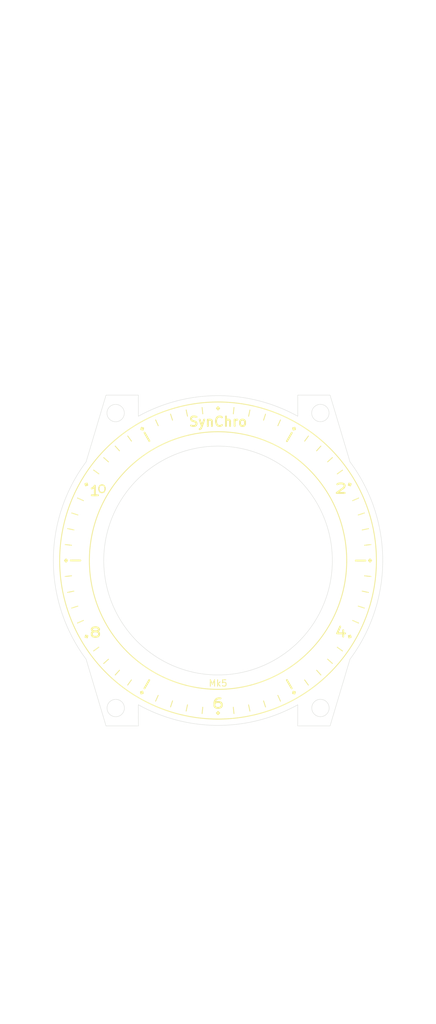
<source format=kicad_pcb>
(kicad_pcb (version 20171130) (host pcbnew 5.1.4-1.fc30)

  (general
    (thickness 1.6)
    (drawings 171)
    (tracks 0)
    (zones 0)
    (modules 0)
    (nets 1)
  )

  (page A4)
  (layers
    (0 F.Cu signal)
    (31 B.Cu signal)
    (32 B.Adhes user)
    (33 F.Adhes user)
    (34 B.Paste user)
    (35 F.Paste user)
    (36 B.SilkS user)
    (37 F.SilkS user)
    (38 B.Mask user)
    (39 F.Mask user)
    (40 Dwgs.User user)
    (41 Cmts.User user)
    (42 Eco1.User user)
    (43 Eco2.User user)
    (44 Edge.Cuts user)
    (45 Margin user)
    (46 B.CrtYd user)
    (47 F.CrtYd user)
    (48 B.Fab user)
    (49 F.Fab user)
  )

  (setup
    (last_trace_width 0.25)
    (trace_clearance 0.2)
    (zone_clearance 0.508)
    (zone_45_only no)
    (trace_min 0.2)
    (via_size 0.8)
    (via_drill 0.4)
    (via_min_size 0.4)
    (via_min_drill 0.3)
    (uvia_size 0.3)
    (uvia_drill 0.1)
    (uvias_allowed no)
    (uvia_min_size 0.2)
    (uvia_min_drill 0.1)
    (edge_width 0.05)
    (segment_width 0.2)
    (pcb_text_width 0.3)
    (pcb_text_size 1.5 1.5)
    (mod_edge_width 0.12)
    (mod_text_size 1 1)
    (mod_text_width 0.15)
    (pad_size 1.524 1.524)
    (pad_drill 0.762)
    (pad_to_mask_clearance 0.051)
    (solder_mask_min_width 0.25)
    (aux_axis_origin 0 0)
    (visible_elements 7FFFFFFF)
    (pcbplotparams
      (layerselection 0x0103c_7ffffffe)
      (usegerberextensions false)
      (usegerberattributes false)
      (usegerberadvancedattributes false)
      (creategerberjobfile false)
      (excludeedgelayer true)
      (linewidth 0.150000)
      (plotframeref false)
      (viasonmask false)
      (mode 1)
      (useauxorigin false)
      (hpglpennumber 1)
      (hpglpenspeed 20)
      (hpglpendiameter 15.000000)
      (psnegative false)
      (psa4output false)
      (plotreference true)
      (plotvalue true)
      (plotinvisibletext false)
      (padsonsilk false)
      (subtractmaskfromsilk false)
      (outputformat 1)
      (mirror false)
      (drillshape 0)
      (scaleselection 1)
      (outputdirectory "/home/bartosz/projekty/arm/workspace/Spinner/doc/case/V3/ring/output/"))
  )

  (net 0 "")

  (net_class Default "To jest domyślna klasa połączeń."
    (clearance 0.2)
    (trace_width 0.25)
    (via_dia 0.8)
    (via_drill 0.4)
    (uvia_dia 0.3)
    (uvia_drill 0.1)
  )

  (gr_text Mk5 (at 169.418 122.174) (layer F.SilkS)
    (effects (font (size 1 1) (thickness 0.15)))
  )
  (gr_circle (center 169.418 102.87) (end 194.357647 102.87) (layer F.SilkS) (width 0.15) (tstamp 5F2186C7))
  (gr_text SynChro (at 169.418 81.026) (layer F.SilkS)
    (effects (font (size 1.5 1.5) (thickness 0.3)))
  )
  (gr_text I (at 147.04822 102.85984 90) (layer F.SilkS) (tstamp 5F21863B)
    (effects (font (size 1.5 2) (thickness 0.3)))
  )
  (gr_text . (at 143.83766 102.87254 90) (layer F.SilkS) (tstamp 5F21863A)
    (effects (font (size 4 4) (thickness 0.25)))
  )
  (gr_text I (at 158.24454 122.26544 -210) (layer F.SilkS) (tstamp 5F2185AE)
    (effects (font (size 1.5 2) (thickness 0.3)))
  )
  (gr_text . (at 158.242 122.21464 -30) (layer F.SilkS) (tstamp 5F2185AD)
    (effects (font (size 4 4) (thickness 0.25)))
  )
  (gr_text I (at 180.59908 122.26036 -150) (layer F.SilkS) (tstamp 5F2185AE)
    (effects (font (size 1.5 2) (thickness 0.3)))
  )
  (gr_text . (at 182.79618 122.82678 -60) (layer F.SilkS) (tstamp 5F2185AD)
    (effects (font (size 4 4) (thickness 0.25)))
  )
  (gr_text I (at 158.26232 83.47964 30) (layer F.SilkS) (tstamp 5F218573)
    (effects (font (size 1.5 2) (thickness 0.3)))
  )
  (gr_text . (at 156.65196 80.71358 30) (layer F.SilkS) (tstamp 5F218567)
    (effects (font (size 4 4) (thickness 0.25)))
  )
  (gr_text I (at 174.32274 126.0221 192) (layer F.SilkS) (tstamp 5F218413)
    (effects (font (size 1 0.8) (thickness 0.15)))
  )
  (gr_text I (at 171.8691 126.4031 186) (layer F.SilkS) (tstamp 5F218412)
    (effects (font (size 1 0.8) (thickness 0.15)))
  )
  (gr_text I (at 183.31688 122.01906 216) (layer F.SilkS) (tstamp 5F218411)
    (effects (font (size 1 0.8) (thickness 0.15)))
  )
  (gr_text I (at 187.01512 118.6942 228) (layer F.SilkS) (tstamp 5F218410)
    (effects (font (size 1 0.8) (thickness 0.15)))
  )
  (gr_text I (at 185.24982 120.46966 222) (layer F.SilkS) (tstamp 5F21840F)
    (effects (font (size 1 0.8) (thickness 0.15)))
  )
  (gr_text I (at 192.94856 105.32364 264) (layer F.SilkS) (tstamp 5F21840E)
    (effects (font (size 1 0.8) (thickness 0.15)))
  )
  (gr_text I (at 176.72812 125.38456 198) (layer F.SilkS) (tstamp 5F21840D)
    (effects (font (size 1 0.8) (thickness 0.15)))
  )
  (gr_text I (at 179.02428 124.49556 204) (layer F.SilkS) (tstamp 5F21840C)
    (effects (font (size 1 0.8) (thickness 0.15)))
  )
  (gr_text I (at 192.55994 107.77728 258) (layer F.SilkS) (tstamp 5F21840B)
    (effects (font (size 1 0.8) (thickness 0.15)))
  )
  (gr_text I (at 191.92748 110.17758 252) (layer F.SilkS) (tstamp 5F21840A)
    (effects (font (size 1 0.8) (thickness 0.15)))
  )
  (gr_text I (at 191.04356 112.48136 246) (layer F.SilkS) (tstamp 5F218409)
    (effects (font (size 1 0.8) (thickness 0.15)))
  )
  (gr_text I (at 188.56452 116.77904 234) (layer F.SilkS) (tstamp 5F218408)
    (effects (font (size 1 0.8) (thickness 0.15)))
  )
  (gr_text I (at 146.2659 107.77474 102) (layer F.SilkS) (tstamp 5F218413)
    (effects (font (size 1 0.8) (thickness 0.15)))
  )
  (gr_text I (at 145.8849 105.3211 96) (layer F.SilkS) (tstamp 5F218412)
    (effects (font (size 1 0.8) (thickness 0.15)))
  )
  (gr_text I (at 150.26894 116.76888 126) (layer F.SilkS) (tstamp 5F218411)
    (effects (font (size 1 0.8) (thickness 0.15)))
  )
  (gr_text I (at 153.5938 120.46712 138) (layer F.SilkS) (tstamp 5F218410)
    (effects (font (size 1 0.8) (thickness 0.15)))
  )
  (gr_text I (at 151.81834 118.70182 132) (layer F.SilkS) (tstamp 5F21840F)
    (effects (font (size 1 0.8) (thickness 0.15)))
  )
  (gr_text I (at 166.96436 126.40056 174) (layer F.SilkS) (tstamp 5F21840E)
    (effects (font (size 1 0.8) (thickness 0.15)))
  )
  (gr_text I (at 146.90344 110.18012 108) (layer F.SilkS) (tstamp 5F21840D)
    (effects (font (size 1 0.8) (thickness 0.15)))
  )
  (gr_text I (at 147.79244 112.47628 114) (layer F.SilkS) (tstamp 5F21840C)
    (effects (font (size 1 0.8) (thickness 0.15)))
  )
  (gr_text I (at 164.51072 126.01194 168) (layer F.SilkS) (tstamp 5F21840B)
    (effects (font (size 1 0.8) (thickness 0.15)))
  )
  (gr_text I (at 162.11042 125.37948 162) (layer F.SilkS) (tstamp 5F21840A)
    (effects (font (size 1 0.8) (thickness 0.15)))
  )
  (gr_text I (at 159.80664 124.49556 156) (layer F.SilkS) (tstamp 5F218409)
    (effects (font (size 1 0.8) (thickness 0.15)))
  )
  (gr_text I (at 155.50896 122.01652 144) (layer F.SilkS) (tstamp 5F218408)
    (effects (font (size 1 0.8) (thickness 0.15)))
  )
  (gr_text I (at 164.51326 79.7179 12) (layer F.SilkS) (tstamp 5F218413)
    (effects (font (size 1 0.8) (thickness 0.15)))
  )
  (gr_text I (at 166.9669 79.3369 6) (layer F.SilkS) (tstamp 5F218412)
    (effects (font (size 1 0.8) (thickness 0.15)))
  )
  (gr_text I (at 155.51912 83.72094 36) (layer F.SilkS) (tstamp 5F218411)
    (effects (font (size 1 0.8) (thickness 0.15)))
  )
  (gr_text I (at 151.82088 87.0458 48) (layer F.SilkS) (tstamp 5F218410)
    (effects (font (size 1 0.8) (thickness 0.15)))
  )
  (gr_text I (at 153.58618 85.27034 42) (layer F.SilkS) (tstamp 5F21840F)
    (effects (font (size 1 0.8) (thickness 0.15)))
  )
  (gr_text I (at 145.88744 100.41636 84) (layer F.SilkS) (tstamp 5F21840E)
    (effects (font (size 1 0.8) (thickness 0.15)))
  )
  (gr_text I (at 162.10788 80.35544 18) (layer F.SilkS) (tstamp 5F21840D)
    (effects (font (size 1 0.8) (thickness 0.15)))
  )
  (gr_text I (at 159.81172 81.24444 24) (layer F.SilkS) (tstamp 5F21840C)
    (effects (font (size 1 0.8) (thickness 0.15)))
  )
  (gr_text I (at 146.27606 97.96272 78) (layer F.SilkS) (tstamp 5F21840B)
    (effects (font (size 1 0.8) (thickness 0.15)))
  )
  (gr_text I (at 146.90852 95.56242 72) (layer F.SilkS) (tstamp 5F21840A)
    (effects (font (size 1 0.8) (thickness 0.15)))
  )
  (gr_text I (at 147.79244 93.25864 66) (layer F.SilkS) (tstamp 5F218409)
    (effects (font (size 1 0.8) (thickness 0.15)))
  )
  (gr_text I (at 150.27148 88.96096 54) (layer F.SilkS) (tstamp 5F218408)
    (effects (font (size 1 0.8) (thickness 0.15)))
  )
  (gr_circle (center 169.418 102.87) (end 169.02938 79.44358) (layer Cmts.User) (width 0.15) (tstamp 5F218233))
  (gr_line (start 169.418 102.87) (end 192.9511 119.95658) (layer Cmts.User) (width 0.05) (tstamp 5F21819C))
  (gr_line (start 169.418 102.87) (end 196.98208 105.75036) (layer Cmts.User) (width 0.05) (tstamp 5F21819B))
  (gr_line (start 169.418 102.87) (end 194.46494 117.31498) (layer Cmts.User) (width 0.05) (tstamp 5F21819A))
  (gr_line (start 169.418 102.87) (end 186.50458 126.4031) (layer Cmts.User) (width 0.05) (tstamp 5F218199))
  (gr_line (start 169.418 102.87) (end 175.44542 131.28752) (layer Cmts.User) (width 0.05) (tstamp 5F218198))
  (gr_line (start 169.418 102.87) (end 172.29836 130.43408) (layer Cmts.User) (width 0.05) (tstamp 5F218197))
  (gr_line (start 169.418 102.87) (end 197.83552 108.89742) (layer Cmts.User) (width 0.05) (tstamp 5F218196))
  (gr_line (start 169.418 102.87) (end 178.2826 130.1623) (layer Cmts.User) (width 0.05) (tstamp 5F218195))
  (gr_line (start 169.418 102.87) (end 196.7103 111.7346) (layer Cmts.User) (width 0.05) (tstamp 5F218194))
  (gr_line (start 169.418 102.87) (end 169.418 137.18032) (layer Cmts.User) (width 0.05) (tstamp 5F218193))
  (gr_line (start 169.418 102.87) (end 203.72832 102.87) (layer Cmts.User) (width 0.05) (tstamp 5F218192))
  (gr_line (start 169.418 102.87) (end 190.75908 122.06732) (layer Cmts.User) (width 0.05) (tstamp 5F218191))
  (gr_line (start 169.418 102.87) (end 196.0626 114.71402) (layer Cmts.User) (width 0.05) (tstamp 5F218190))
  (gr_line (start 169.418 102.87) (end 188.61532 124.21108) (layer Cmts.User) (width 0.05) (tstamp 5F21818F))
  (gr_line (start 169.418 102.87) (end 183.86298 127.91694) (layer Cmts.User) (width 0.05) (tstamp 5F21818E))
  (gr_line (start 169.418 102.87) (end 181.26202 129.5146) (layer Cmts.User) (width 0.05) (tstamp 5F21818D))
  (gr_line (start 169.418 102.87) (end 152.33142 126.4031) (layer Cmts.User) (width 0.05) (tstamp 5F21819C))
  (gr_line (start 169.418 102.87) (end 166.53764 130.43408) (layer Cmts.User) (width 0.05) (tstamp 5F21819B))
  (gr_line (start 169.418 102.87) (end 154.97302 127.91694) (layer Cmts.User) (width 0.05) (tstamp 5F21819A))
  (gr_line (start 169.418 102.87) (end 145.8849 119.95658) (layer Cmts.User) (width 0.05) (tstamp 5F218199))
  (gr_line (start 169.418 102.87) (end 141.00048 108.89742) (layer Cmts.User) (width 0.05) (tstamp 5F218198))
  (gr_line (start 169.418 102.87) (end 141.85392 105.75036) (layer Cmts.User) (width 0.05) (tstamp 5F218197))
  (gr_line (start 169.418 102.87) (end 163.39058 131.28752) (layer Cmts.User) (width 0.05) (tstamp 5F218196))
  (gr_line (start 169.418 102.87) (end 142.1257 111.7346) (layer Cmts.User) (width 0.05) (tstamp 5F218195))
  (gr_line (start 169.418 102.87) (end 160.5534 130.1623) (layer Cmts.User) (width 0.05) (tstamp 5F218194))
  (gr_line (start 169.418 102.87) (end 135.10768 102.87) (layer Cmts.User) (width 0.05) (tstamp 5F218193))
  (gr_line (start 169.418 102.87) (end 169.418 137.18032) (layer Cmts.User) (width 0.05) (tstamp 5F218192))
  (gr_line (start 169.418 102.87) (end 150.22068 124.21108) (layer Cmts.User) (width 0.05) (tstamp 5F218191))
  (gr_line (start 169.418 102.87) (end 157.57398 129.5146) (layer Cmts.User) (width 0.05) (tstamp 5F218190))
  (gr_line (start 169.418 102.87) (end 148.07692 122.06732) (layer Cmts.User) (width 0.05) (tstamp 5F21818F))
  (gr_line (start 169.418 102.87) (end 144.37106 117.31498) (layer Cmts.User) (width 0.05) (tstamp 5F21818E))
  (gr_line (start 169.418 102.87) (end 142.7734 114.71402) (layer Cmts.User) (width 0.05) (tstamp 5F21818D))
  (gr_line (start 169.418 102.87) (end 145.8849 85.78342) (layer Cmts.User) (width 0.05) (tstamp 5F21819C))
  (gr_line (start 169.418 102.87) (end 141.85392 99.98964) (layer Cmts.User) (width 0.05) (tstamp 5F21819B))
  (gr_line (start 169.418 102.87) (end 144.37106 88.42502) (layer Cmts.User) (width 0.05) (tstamp 5F21819A))
  (gr_line (start 169.418 102.87) (end 152.33142 79.3369) (layer Cmts.User) (width 0.05) (tstamp 5F218199))
  (gr_line (start 169.418 102.87) (end 163.39058 74.45248) (layer Cmts.User) (width 0.05) (tstamp 5F218198))
  (gr_line (start 169.418 102.87) (end 166.53764 75.30592) (layer Cmts.User) (width 0.05) (tstamp 5F218197))
  (gr_line (start 169.418 102.87) (end 141.00048 96.84258) (layer Cmts.User) (width 0.05) (tstamp 5F218196))
  (gr_line (start 169.418 102.87) (end 160.5534 75.5777) (layer Cmts.User) (width 0.05) (tstamp 5F218195))
  (gr_line (start 169.418 102.87) (end 142.1257 94.0054) (layer Cmts.User) (width 0.05) (tstamp 5F218194))
  (gr_line (start 169.418 102.87) (end 169.418 68.55968) (layer Cmts.User) (width 0.05) (tstamp 5F218193))
  (gr_line (start 169.418 102.87) (end 135.10768 102.87) (layer Cmts.User) (width 0.05) (tstamp 5F218192))
  (gr_line (start 169.418 102.87) (end 148.07692 83.67268) (layer Cmts.User) (width 0.05) (tstamp 5F218191))
  (gr_line (start 169.418 102.87) (end 142.7734 91.02598) (layer Cmts.User) (width 0.05) (tstamp 5F218190))
  (gr_line (start 169.418 102.87) (end 150.22068 81.52892) (layer Cmts.User) (width 0.05) (tstamp 5F21818F))
  (gr_line (start 169.418 102.87) (end 154.97302 77.82306) (layer Cmts.User) (width 0.05) (tstamp 5F21818E))
  (gr_line (start 169.418 102.87) (end 157.57398 76.2254) (layer Cmts.User) (width 0.05) (tstamp 5F21818D))
  (gr_line (start 169.418 102.87) (end 186.50458 79.3369) (layer Cmts.User) (width 0.05) (tstamp 5F21815C))
  (gr_line (start 169.418 102.87) (end 175.44542 74.45248) (layer Cmts.User) (width 0.05) (tstamp 5F21815B))
  (gr_line (start 169.418 102.87) (end 172.29836 75.30592) (layer Cmts.User) (width 0.05) (tstamp 5F21815A))
  (gr_line (start 169.418 102.87) (end 178.2826 75.5777) (layer Cmts.User) (width 0.05) (tstamp 5F218159))
  (gr_line (start 169.418 102.87) (end 169.418 68.55968) (layer Cmts.User) (width 0.05) (tstamp 5F218158))
  (gr_line (start 169.418 102.87) (end 188.61532 81.52892) (layer Cmts.User) (width 0.05) (tstamp 5F218157))
  (gr_line (start 169.418 102.87) (end 183.86298 77.82306) (layer Cmts.User) (width 0.05) (tstamp 5F218156))
  (gr_line (start 169.418 102.87) (end 181.26202 76.2254) (layer Cmts.User) (width 0.05) (tstamp 5F218155))
  (gr_line (start 169.418 102.87) (end 190.75908 83.67268) (layer Cmts.User) (width 0.05))
  (gr_line (start 169.418 102.87) (end 192.9511 85.78342) (layer Cmts.User) (width 0.05))
  (gr_line (start 169.418 102.87) (end 194.46494 88.42502) (layer Cmts.User) (width 0.05))
  (gr_line (start 169.418 102.87) (end 196.0626 91.02598) (layer Cmts.User) (width 0.05))
  (gr_line (start 169.418 102.87) (end 196.7103 94.0054) (layer Cmts.User) (width 0.05))
  (gr_line (start 169.418 102.87) (end 197.83552 96.84258) (layer Cmts.User) (width 0.05))
  (gr_line (start 169.418 102.87) (end 196.98208 99.98964) (layer Cmts.User) (width 0.05))
  (gr_line (start 169.418 102.87) (end 203.72832 102.87) (layer Cmts.User) (width 0.05))
  (gr_line (start 169.418 102.87) (end 169.418 74.59726) (layer Cmts.User) (width 0.05))
  (gr_text . (at 169.41292 125.21184) (layer F.SilkS) (tstamp 5F217FDE)
    (effects (font (size 4 4) (thickness 0.25)))
  )
  (gr_text . (at 191.5795 115.6462 240) (layer F.SilkS) (tstamp 5F217FD7)
    (effects (font (size 4 4) (thickness 0.25)))
  )
  (gr_text . (at 147.24888 90.07856 60) (layer F.SilkS) (tstamp 5F217FC7)
    (effects (font (size 4 4) (thickness 0.25)))
  )
  (gr_text . (at 147.2692 115.63858 120) (layer F.SilkS) (tstamp 5F217FBB)
    (effects (font (size 4 4) (thickness 0.25)))
  )
  (gr_text 6 (at 169.42308 125.36932) (layer F.SilkS) (tstamp 5F217FB7)
    (effects (font (size 1.5 2) (thickness 0.3)))
  )
  (gr_text 1 (at 150.01748 91.92514) (layer F.SilkS) (tstamp 5F217FB6)
    (effects (font (size 1.5 1.7) (thickness 0.3)))
  )
  (gr_text I (at 191.78778 102.88016 -90) (layer F.SilkS) (tstamp 5F217FB2)
    (effects (font (size 1.5 2) (thickness 0.3)))
  )
  (gr_text 4 (at 188.74994 114.15014) (layer F.SilkS) (tstamp 5F217FB1)
    (effects (font (size 1.5 2) (thickness 0.3)))
  )
  (gr_text 2 (at 188.77788 91.55938) (layer F.SilkS) (tstamp 5F217FB0)
    (effects (font (size 1.5 2) (thickness 0.3)))
  )
  (gr_text I (at 180.60924 83.50504 -30) (layer F.SilkS) (tstamp 5F217FAF)
    (effects (font (size 1.5 2) (thickness 0.3)))
  )
  (gr_text 8 (at 150.10638 114.19078) (layer F.SilkS) (tstamp 5F217FAC)
    (effects (font (size 1.5 2) (thickness 0.3)))
  )
  (gr_text I (at 188.56706 88.97112 -54) (layer F.SilkS) (tstamp 5F217FAB)
    (effects (font (size 1 0.8) (thickness 0.15)))
  )
  (gr_text I (at 191.93256 95.55988 -72) (layer F.SilkS) (tstamp 5F217FA9)
    (effects (font (size 1 0.8) (thickness 0.15)))
  )
  (gr_text I (at 192.9511 100.4189 -84) (layer F.SilkS) (tstamp 5F217FA8)
    (effects (font (size 1 0.8) (thickness 0.15)))
  )
  (gr_text I (at 187.01766 87.03818 -48) (layer F.SilkS) (tstamp 5F217FA7)
    (effects (font (size 1 0.8) (thickness 0.15)))
  )
  (gr_text I (at 185.2422 85.27288 -42) (layer F.SilkS) (tstamp 5F217FA6)
    (effects (font (size 1 0.8) (thickness 0.15)))
  )
  (gr_text I (at 192.5701 97.96526 -78) (layer F.SilkS) (tstamp 5F217FA3)
    (effects (font (size 1 0.8) (thickness 0.15)))
  )
  (gr_text I (at 191.04356 93.26372 -66) (layer F.SilkS) (tstamp 5F217FA1)
    (effects (font (size 1 0.8) (thickness 0.15)))
  )
  (gr_text . (at 194.99834 102.86746 -90) (layer F.SilkS) (tstamp 5F217F9E)
    (effects (font (size 4 4) (thickness 0.25)))
  )
  (gr_text I (at 171.87164 79.33944 -6) (layer F.SilkS) (tstamp 5F217F9D)
    (effects (font (size 1 0.8) (thickness 0.15)))
  )
  (gr_text I (at 174.32528 79.72806 -12) (layer F.SilkS) (tstamp 5F217F9C)
    (effects (font (size 1 0.8) (thickness 0.15)))
  )
  (gr_text I (at 176.72558 80.36052 -18) (layer F.SilkS) (tstamp 5F217F9B)
    (effects (font (size 1 0.8) (thickness 0.15)))
  )
  (gr_text I (at 179.02936 81.24444 -24) (layer F.SilkS) (tstamp 5F217F9A)
    (effects (font (size 1 0.8) (thickness 0.15)))
  )
  (gr_text . (at 182.20944 80.70596 -30) (layer F.SilkS) (tstamp 5F217F99)
    (effects (font (size 4 4) (thickness 0.25)))
  )
  (gr_text . (at 169.418 77.28458) (layer F.SilkS) (tstamp 5F217F98)
    (effects (font (size 4 4) (thickness 0.25)))
  )
  (gr_text I (at 183.32704 83.72348 -36) (layer F.SilkS) (tstamp 5F217F97)
    (effects (font (size 1 0.8) (thickness 0.15)))
  )
  (gr_circle (center 169.418 102.87) (end 169.418 82.60842) (layer F.SilkS) (width 0.15) (tstamp 5F217D4A))
  (gr_line (start 156.866 128.89) (end 151.78 128.89) (layer Edge.Cuts) (width 0.05) (tstamp 5ECC0CDC))
  (gr_line (start 151.78 128.89) (end 148.64 118.39) (layer Edge.Cuts) (width 0.05) (tstamp 5ECC0CDB))
  (gr_line (start 181.97 128.89) (end 187.056 128.89) (layer Edge.Cuts) (width 0.05) (tstamp 5ECC0CDC))
  (gr_line (start 187.056 128.89) (end 190.196 118.39) (layer Edge.Cuts) (width 0.05) (tstamp 5ECC0CDB))
  (gr_line (start 181.97 76.85) (end 187.056 76.85) (layer Edge.Cuts) (width 0.05) (tstamp 5ECC0CDC))
  (gr_line (start 187.056 76.85) (end 190.196 87.35) (layer Edge.Cuts) (width 0.05) (tstamp 5ECC0CDB))
  (gr_line (start 156.78 175.72) (end 156.78 125.54) (layer Cmts.User) (width 0.15))
  (gr_line (start 181.91 175.72) (end 181.91 125.61) (layer Cmts.User) (width 0.15))
  (gr_line (start 156.78 14.77) (end 156.97 14.77) (layer Cmts.User) (width 0.15) (tstamp 5ECC0C3B))
  (gr_line (start 156.78 80.14) (end 156.78 14.77) (layer Cmts.User) (width 0.15))
  (gr_line (start 181.91 175.72) (end 156.78 175.72) (layer Cmts.User) (width 0.15))
  (gr_line (start 181.91 14.77) (end 181.91 80.07) (layer Cmts.User) (width 0.15))
  (gr_line (start 156.97 14.77) (end 181.91 14.77) (layer Cmts.User) (width 0.15))
  (gr_line (start 156.87 80.17) (end 156.866 76.85) (layer Edge.Cuts) (width 0.05) (tstamp 5ECAA182))
  (gr_line (start 156.866 76.85) (end 151.78 76.85) (layer Edge.Cuts) (width 0.05) (tstamp 5ECAA181))
  (gr_line (start 151.78 76.85) (end 148.639999 87.350002) (layer Edge.Cuts) (width 0.05) (tstamp 5ECAA180))
  (gr_line (start 156.861407 125.557458) (end 156.866 128.89) (layer Edge.Cuts) (width 0.05) (tstamp 5ECAA182))
  (gr_line (start 181.97 125.56) (end 181.97 128.89) (layer Edge.Cuts) (width 0.05) (tstamp 5ECAA182))
  (gr_line (start 181.969063 80.171694) (end 181.97 76.85) (layer Edge.Cuts) (width 0.05) (tstamp 5ECA9580))
  (gr_text 0 (at 151.14016 91.63304) (layer F.SilkS) (tstamp 5EC8E58F)
    (effects (font (size 1.2 1.7) (thickness 0.2)))
  )
  (gr_text . (at 191.57696 90.0811 -60) (layer F.SilkS) (tstamp 5EC8E58B)
    (effects (font (size 4 4) (thickness 0.25)))
  )
  (gr_circle (center 153.303883 126.073337) (end 154.671715 126.073337) (layer Edge.Cuts) (width 0.05) (tstamp 5EC8E41D))
  (gr_circle (center 185.544 126.066169) (end 186.911832 126.066169) (layer Edge.Cuts) (width 0.05) (tstamp 5EC8E41D))
  (gr_circle (center 185.532117 79.666663) (end 186.899949 79.666663) (layer Edge.Cuts) (width 0.05) (tstamp 5EC8E41D))
  (gr_circle (center 153.292 79.673831) (end 154.659832 79.673831) (layer Edge.Cuts) (width 0.05) (tstamp 5EC8E41D))
  (gr_arc (start 169.418 102.87) (end 148.64 118.39) (angle 73.51533011) (layer Edge.Cuts) (width 0.05) (tstamp 5EC8E22E))
  (gr_arc (start 169.418 102.87) (end 190.196 87.35) (angle 73.51533497) (layer Edge.Cuts) (width 0.05) (tstamp 5EC8E229))
  (gr_circle (center 169.418 102.87) (end 187.418 102.87) (layer Edge.Cuts) (width 0.05) (tstamp 5EC8E225))
  (gr_arc (start 169.418 102.87) (end 181.97 125.56) (angle 57.91391902) (layer Edge.Cuts) (width 0.05) (tstamp 5EC8E223))
  (gr_arc (start 169.418 102.87) (end 156.87 80.17) (angle 57.87320241) (layer Edge.Cuts) (width 0.05) (tstamp 5EC8E220))
  (gr_circle (center 169.418 102.87) (end 169.573957 102.87) (layer Cmts.User) (width 0.12) (tstamp 5EC8E21E))

)

</source>
